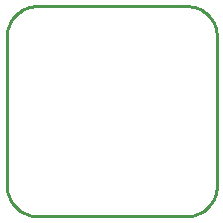
<source format=gbr>
G04 EAGLE Gerber RS-274X export*
G75*
%MOMM*%
%FSLAX34Y34*%
%LPD*%
%IN*%
%IPPOS*%
%AMOC8*
5,1,8,0,0,1.08239X$1,22.5*%
G01*
%ADD10C,0.254000*%


D10*
X0Y25400D02*
X97Y23186D01*
X386Y20989D01*
X865Y18826D01*
X1532Y16713D01*
X2380Y14666D01*
X3403Y12700D01*
X4594Y10831D01*
X5942Y9073D01*
X7440Y7440D01*
X9073Y5942D01*
X10831Y4594D01*
X12700Y3403D01*
X14666Y2380D01*
X16713Y1532D01*
X18826Y865D01*
X20989Y386D01*
X23186Y97D01*
X25400Y0D01*
X152400Y0D01*
X154614Y97D01*
X156811Y386D01*
X158974Y865D01*
X161087Y1532D01*
X163135Y2380D01*
X165100Y3403D01*
X166969Y4594D01*
X168727Y5942D01*
X170361Y7440D01*
X171858Y9073D01*
X173206Y10831D01*
X174397Y12700D01*
X175420Y14666D01*
X176268Y16713D01*
X176935Y18826D01*
X177414Y20989D01*
X177703Y23186D01*
X177800Y25400D01*
X177800Y152400D01*
X177703Y154614D01*
X177414Y156811D01*
X176935Y158974D01*
X176268Y161087D01*
X175420Y163135D01*
X174397Y165100D01*
X173206Y166969D01*
X171858Y168727D01*
X170361Y170361D01*
X168727Y171858D01*
X166969Y173206D01*
X165100Y174397D01*
X163135Y175420D01*
X161087Y176268D01*
X158974Y176935D01*
X156811Y177414D01*
X154614Y177703D01*
X152400Y177800D01*
X25400Y177800D01*
X23186Y177703D01*
X20989Y177414D01*
X18826Y176935D01*
X16713Y176268D01*
X14666Y175420D01*
X12700Y174397D01*
X10831Y173206D01*
X9073Y171858D01*
X7440Y170361D01*
X5942Y168727D01*
X4594Y166969D01*
X3403Y165100D01*
X2380Y163135D01*
X1532Y161087D01*
X865Y158974D01*
X386Y156811D01*
X97Y154614D01*
X0Y152400D01*
X0Y25400D01*
M02*

</source>
